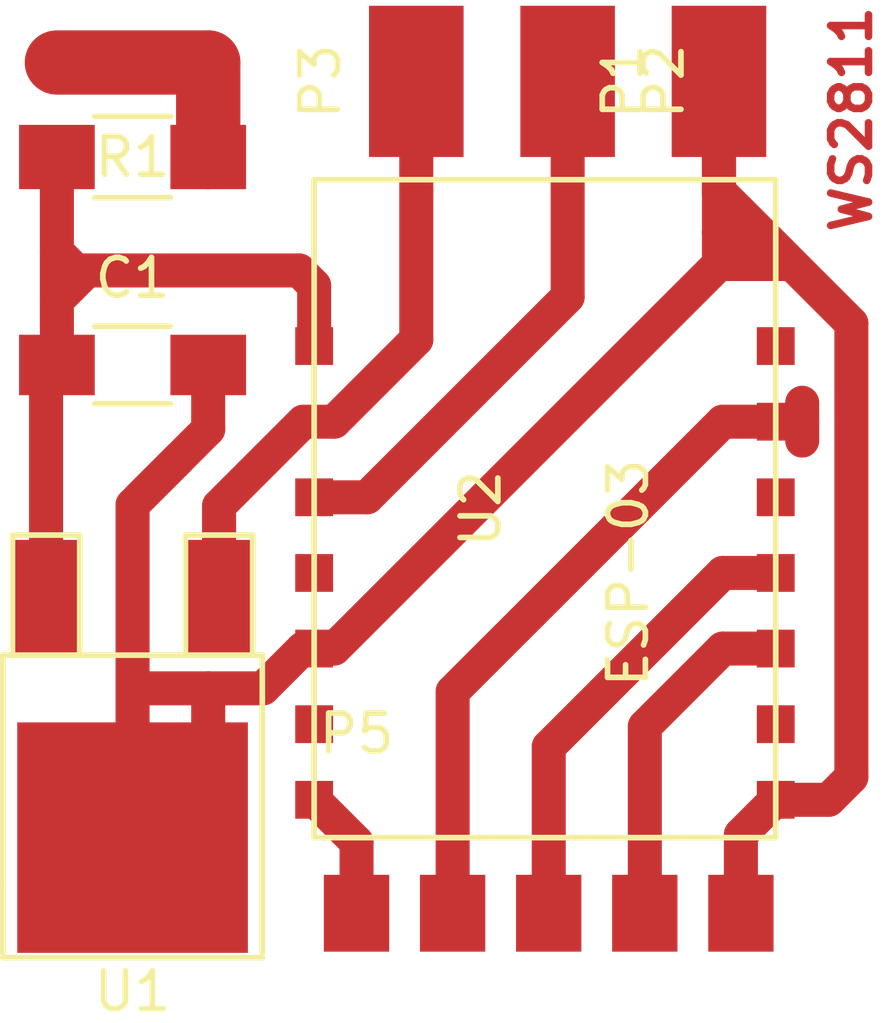
<source format=kicad_pcb>
(kicad_pcb (version 4) (host pcbnew 4.0.1-stable)

  (general
    (links 15)
    (no_connects 2)
    (area 0 0 0 0)
    (thickness 1.6)
    (drawings 1)
    (tracks 71)
    (zones 0)
    (modules 8)
    (nets 9)
  )

  (page A4)
  (layers
    (0 F.Cu signal)
    (31 B.Cu signal)
    (32 B.Adhes user)
    (33 F.Adhes user)
    (34 B.Paste user)
    (35 F.Paste user)
    (36 B.SilkS user)
    (37 F.SilkS user)
    (38 B.Mask user)
    (39 F.Mask user)
    (40 Dwgs.User user)
    (41 Cmts.User user)
    (42 Eco1.User user)
    (43 Eco2.User user)
    (44 Edge.Cuts user)
    (45 Margin user)
    (46 B.CrtYd user)
    (47 F.CrtYd user)
    (48 B.Fab user)
    (49 F.Fab user hide)
  )

  (setup
    (last_trace_width 0.9)
    (user_trace_width 0.5)
    (user_trace_width 0.7)
    (user_trace_width 0.9)
    (user_trace_width 1.1)
    (user_trace_width 1.3)
    (user_trace_width 1.5)
    (user_trace_width 1.7)
    (trace_clearance 0.4)
    (zone_clearance 0.508)
    (zone_45_only no)
    (trace_min 0.2)
    (segment_width 0.2)
    (edge_width 0.15)
    (via_size 0.6)
    (via_drill 0.4)
    (via_min_size 0.4)
    (via_min_drill 0.3)
    (uvia_size 0.3)
    (uvia_drill 0.1)
    (uvias_allowed no)
    (uvia_min_size 0.2)
    (uvia_min_drill 0.1)
    (pcb_text_width 0.3)
    (pcb_text_size 1.5 1.5)
    (mod_edge_width 0.15)
    (mod_text_size 1 1)
    (mod_text_width 0.15)
    (pad_size 1.524 1.524)
    (pad_drill 0.762)
    (pad_to_mask_clearance 0.2)
    (aux_axis_origin 0 0)
    (visible_elements FFFFFF7F)
    (pcbplotparams
      (layerselection 0x00030_80000001)
      (usegerberextensions false)
      (excludeedgelayer true)
      (linewidth 0.100000)
      (plotframeref false)
      (viasonmask false)
      (mode 1)
      (useauxorigin false)
      (hpglpennumber 1)
      (hpglpenspeed 20)
      (hpglpendiameter 15)
      (hpglpenoverlay 2)
      (psnegative false)
      (psa4output false)
      (plotreference true)
      (plotvalue true)
      (plotinvisibletext false)
      (padsonsilk false)
      (subtractmaskfromsilk false)
      (outputformat 1)
      (mirror false)
      (drillshape 1)
      (scaleselection 1)
      (outputdirectory ""))
  )

  (net 0 "")
  (net 1 +3V3)
  (net 2 GND)
  (net 3 /PSU_EN)
  (net 4 +5V)
  (net 5 /UART_RX)
  (net 6 /UART_TX)
  (net 7 /CH_PD)
  (net 8 /FLASH_EN)

  (net_class Default "This is the default net class."
    (clearance 0.4)
    (trace_width 0.25)
    (via_dia 0.6)
    (via_drill 0.4)
    (uvia_dia 0.3)
    (uvia_drill 0.1)
    (add_net +3V3)
    (add_net +5V)
    (add_net /CH_PD)
    (add_net /FLASH_EN)
    (add_net /PSU_EN)
    (add_net /UART_RX)
    (add_net /UART_TX)
    (add_net GND)
  )

  (module "WS2811 Controller:SolderPad" (layer F.Cu) (tedit 56844E9E) (tstamp 56845076)
    (at 117.5 95 90)
    (path /56847536)
    (fp_text reference P2 (at 0 2.54 90) (layer F.SilkS)
      (effects (font (size 1 1) (thickness 0.15)))
    )
    (fp_text value PSU_EN (at 0 -2.54 90) (layer F.Fab)
      (effects (font (size 1 1) (thickness 0.15)))
    )
    (pad 1 smd rect (at 0 0 90) (size 4 2.5) (layers F.Cu F.Paste F.Mask)
      (net 3 /PSU_EN))
  )

  (module Capacitors_SMD:C_1206_HandSoldering (layer F.Cu) (tedit 541A9C03) (tstamp 5684506C)
    (at 106 102.5)
    (descr "Capacitor SMD 1206, hand soldering")
    (tags "capacitor 1206")
    (path /568459F2)
    (attr smd)
    (fp_text reference C1 (at 0 -2.3) (layer F.SilkS)
      (effects (font (size 1 1) (thickness 0.15)))
    )
    (fp_text value 22u (at 0 2.3) (layer F.Fab)
      (effects (font (size 1 1) (thickness 0.15)))
    )
    (fp_line (start -3.3 -1.15) (end 3.3 -1.15) (layer F.CrtYd) (width 0.05))
    (fp_line (start -3.3 1.15) (end 3.3 1.15) (layer F.CrtYd) (width 0.05))
    (fp_line (start -3.3 -1.15) (end -3.3 1.15) (layer F.CrtYd) (width 0.05))
    (fp_line (start 3.3 -1.15) (end 3.3 1.15) (layer F.CrtYd) (width 0.05))
    (fp_line (start 1 -1.025) (end -1 -1.025) (layer F.SilkS) (width 0.15))
    (fp_line (start -1 1.025) (end 1 1.025) (layer F.SilkS) (width 0.15))
    (pad 1 smd rect (at -2 0) (size 2 1.6) (layers F.Cu F.Paste F.Mask)
      (net 1 +3V3))
    (pad 2 smd rect (at 2 0) (size 2 1.6) (layers F.Cu F.Paste F.Mask)
      (net 2 GND))
    (model Capacitors_SMD.3dshapes/C_1206_HandSoldering.wrl
      (at (xyz 0 0 0))
      (scale (xyz 1 1 1))
      (rotate (xyz 0 0 0))
    )
  )

  (module "WS2811 Controller:SolderPad" (layer F.Cu) (tedit 56844E9E) (tstamp 56845071)
    (at 121.5 95 270)
    (path /56846D85)
    (fp_text reference P1 (at 0 2.54 270) (layer F.SilkS)
      (effects (font (size 1 1) (thickness 0.15)))
    )
    (fp_text value PSU_GND (at 0 -2.54 270) (layer F.Fab)
      (effects (font (size 1 1) (thickness 0.15)))
    )
    (pad 1 smd rect (at 0 0 270) (size 4 2.5) (layers F.Cu F.Paste F.Mask)
      (net 2 GND))
  )

  (module "WS2811 Controller:SolderPad" (layer F.Cu) (tedit 5685120B) (tstamp 5684507B)
    (at 113.5 95 270)
    (path /568473F2)
    (fp_text reference P3 (at 0 2.54 270) (layer F.SilkS)
      (effects (font (size 1 1) (thickness 0.15)))
    )
    (fp_text value PSU_5V (at 0 -2.54 270) (layer F.Fab) hide
      (effects (font (size 1 1) (thickness 0.15)))
    )
    (pad 1 smd rect (at 0 0 270) (size 4 2.5) (layers F.Cu F.Paste F.Mask)
      (net 4 +5V))
  )

  (module Resistors_SMD:R_1206_HandSoldering (layer F.Cu) (tedit 5418A20D) (tstamp 5684508F)
    (at 106 97 180)
    (descr "Resistor SMD 1206, hand soldering")
    (tags "resistor 1206")
    (path /56844F3A)
    (attr smd)
    (fp_text reference R1 (at 0 0 180) (layer F.SilkS)
      (effects (font (size 1 1) (thickness 0.15)))
    )
    (fp_text value 10K (at 0 2.3 180) (layer F.Fab)
      (effects (font (size 1 1) (thickness 0.15)))
    )
    (fp_line (start -3.3 -1.2) (end 3.3 -1.2) (layer F.CrtYd) (width 0.05))
    (fp_line (start -3.3 1.2) (end 3.3 1.2) (layer F.CrtYd) (width 0.05))
    (fp_line (start -3.3 -1.2) (end -3.3 1.2) (layer F.CrtYd) (width 0.05))
    (fp_line (start 3.3 -1.2) (end 3.3 1.2) (layer F.CrtYd) (width 0.05))
    (fp_line (start 1 1.075) (end -1 1.075) (layer F.SilkS) (width 0.15))
    (fp_line (start -1 -1.075) (end 1 -1.075) (layer F.SilkS) (width 0.15))
    (pad 1 smd rect (at -2 0 180) (size 2 1.7) (layers F.Cu F.Paste F.Mask)
      (net 7 /CH_PD))
    (pad 2 smd rect (at 2 0 180) (size 2 1.7) (layers F.Cu F.Paste F.Mask)
      (net 1 +3V3))
    (model Resistors_SMD.3dshapes/R_1206_HandSoldering.wrl
      (at (xyz 0 0 0))
      (scale (xyz 1 1 1))
      (rotate (xyz 0 0 0))
    )
  )

  (module TO_SOT_Packages_SMD:TO-252-2Lead (layer F.Cu) (tedit 0) (tstamp 56845096)
    (at 106 108.65 180)
    (descr "DPAK / TO-252 2-lead smd package")
    (tags "dpak TO-252")
    (path /568459C3)
    (attr smd)
    (fp_text reference U1 (at 0 -10.414 180) (layer F.SilkS)
      (effects (font (size 1 1) (thickness 0.15)))
    )
    (fp_text value LF33 (at 0 -2.413 180) (layer F.Fab)
      (effects (font (size 1 1) (thickness 0.15)))
    )
    (fp_line (start 1.397 -1.524) (end 1.397 1.651) (layer F.SilkS) (width 0.15))
    (fp_line (start 1.397 1.651) (end 3.175 1.651) (layer F.SilkS) (width 0.15))
    (fp_line (start 3.175 1.651) (end 3.175 -1.524) (layer F.SilkS) (width 0.15))
    (fp_line (start -3.175 -1.524) (end -3.175 1.651) (layer F.SilkS) (width 0.15))
    (fp_line (start -3.175 1.651) (end -1.397 1.651) (layer F.SilkS) (width 0.15))
    (fp_line (start -1.397 1.651) (end -1.397 -1.524) (layer F.SilkS) (width 0.15))
    (fp_line (start 3.429 -7.62) (end 3.429 -1.524) (layer F.SilkS) (width 0.15))
    (fp_line (start 3.429 -1.524) (end -3.429 -1.524) (layer F.SilkS) (width 0.15))
    (fp_line (start -3.429 -1.524) (end -3.429 -9.398) (layer F.SilkS) (width 0.15))
    (fp_line (start -3.429 -9.525) (end 3.429 -9.525) (layer F.SilkS) (width 0.15))
    (fp_line (start 3.429 -9.398) (end 3.429 -7.62) (layer F.SilkS) (width 0.15))
    (pad 1 smd rect (at -2.286 0 180) (size 1.651 3.048) (layers F.Cu F.Paste F.Mask)
      (net 4 +5V))
    (pad 2 smd rect (at 0 -6.35 180) (size 6.096 6.096) (layers F.Cu F.Paste F.Mask)
      (net 2 GND))
    (pad 3 smd rect (at 2.286 0 180) (size 1.651 3.048) (layers F.Cu F.Paste F.Mask)
      (net 1 +3V3))
    (model TO_SOT_Packages_SMD.3dshapes/TO-252-2Lead.wrl
      (at (xyz 0 0 0))
      (scale (xyz 1 1 1))
      (rotate (xyz 0 0 0))
    )
  )

  (module "WS2811 Controller:5pin_SMD" (layer F.Cu) (tedit 56850FAB) (tstamp 5685597B)
    (at 111.92 117)
    (tags "socket strip")
    (path /568466D4)
    (fp_text reference P5 (at 0 -4.75) (layer F.SilkS)
      (effects (font (size 1 1) (thickness 0.15)))
    )
    (fp_text value DEBUG_HDR (at 0 -2.54) (layer F.Fab)
      (effects (font (size 1 1) (thickness 0.15)))
    )
    (pad 1 smd rect (at 0 0) (size 1.7272 2.032) (layers F.Cu F.Paste F.Mask)
      (net 8 /FLASH_EN))
    (pad 2 smd rect (at 2.54 0) (size 1.7272 2.032) (layers F.Cu F.Paste F.Mask)
      (net 7 /CH_PD))
    (pad 3 smd rect (at 5.08 0) (size 1.7272 2.032) (layers F.Cu F.Paste F.Mask)
      (net 5 /UART_RX))
    (pad 4 smd rect (at 7.62 0) (size 1.7272 2.032) (layers F.Cu F.Paste F.Mask)
      (net 6 /UART_TX))
    (pad 5 smd rect (at 10.16 0) (size 1.7272 2.032) (layers F.Cu F.Paste F.Mask)
      (net 2 GND))
  )

  (module "WS2811 Controller:esp-03" (layer F.Cu) (tedit 568523B3) (tstamp 568566FF)
    (at 116.9 108.1)
    (descr "ESP8266 ESP-03 wifi module -- Phillip Pearson")
    (path /56845717)
    (fp_text reference U2 (at -1.7 -1.8 90) (layer F.SilkS)
      (effects (font (size 1 1) (thickness 0.15)))
    )
    (fp_text value ESP-03 (at 2.2 -0.1 90) (layer F.SilkS)
      (effects (font (size 1 1) (thickness 0.15)))
    )
    (fp_line (start -6.1 6.9) (end -6.1 -10.5) (layer F.SilkS) (width 0.15))
    (fp_line (start -6.1 -10.5) (end 6.1 -10.5) (layer F.SilkS) (width 0.15))
    (fp_line (start 6.1 -10.5) (end 6.1 6.9) (layer F.SilkS) (width 0.15))
    (fp_line (start 6.1 6.9) (end -6.1 6.9) (layer F.SilkS) (width 0.15))
    (pad 14 smd rect (at -6.1 5.9) (size 1 1) (layers F.Cu F.Paste F.Mask)
      (net 8 /FLASH_EN))
    (pad 13 smd rect (at -6.1 3.9) (size 1 1) (layers F.Cu F.Paste F.Mask))
    (pad 12 smd rect (at -6.1 1.9) (size 1 1) (layers F.Cu F.Paste F.Mask)
      (net 2 GND))
    (pad 11 smd rect (at -6.1 -0.1) (size 1 1) (layers F.Cu F.Paste F.Mask))
    (pad 10 smd rect (at -6.1 -2.1) (size 1 1) (layers F.Cu F.Paste F.Mask)
      (net 3 /PSU_EN))
    (pad 8 smd rect (at -6.1 -6.1) (size 1 1) (layers F.Cu F.Paste F.Mask)
      (net 1 +3V3))
    (pad 1 smd rect (at 6.1 5.9) (size 1 1) (layers F.Cu F.Paste F.Mask)
      (net 2 GND))
    (pad 2 smd rect (at 6.1 3.9) (size 1 1) (layers F.Cu F.Paste F.Mask))
    (pad 3 smd rect (at 6.1 1.9) (size 1 1) (layers F.Cu F.Paste F.Mask)
      (net 6 /UART_TX))
    (pad 4 smd rect (at 6.1 -0.1) (size 1 1) (layers F.Cu F.Paste F.Mask)
      (net 5 /UART_RX))
    (pad 5 smd rect (at 6.1 -2.1) (size 1 1) (layers F.Cu F.Paste F.Mask))
    (pad 6 smd rect (at 6.1 -4.1) (size 1 1) (layers F.Cu F.Paste F.Mask)
      (net 7 /CH_PD))
    (pad 7 smd rect (at 6.1 -6.1) (size 1 1) (layers F.Cu F.Paste F.Mask))
  )

  (gr_text WS2811 (at 125 96 90) (layer F.Cu)
    (effects (font (size 1 1) (thickness 0.2)))
  )

  (segment (start 110.4 100) (end 110.8 100.4) (width 0.9) (layer F.Cu) (net 1))
  (segment (start 110.8 100.4) (end 110.8 102) (width 0.9) (layer F.Cu) (net 1))
  (segment (start 104 100.8) (end 104 99.5) (width 0.9) (layer F.Cu) (net 1))
  (segment (start 104 99.5) (end 104 97.5) (width 0.9) (layer F.Cu) (net 1))
  (segment (start 104.8 100) (end 104.5 100) (width 0.9) (layer F.Cu) (net 1))
  (segment (start 104.5 100) (end 104 99.5) (width 0.9) (layer F.Cu) (net 1))
  (segment (start 104.8 100) (end 110.4 100) (width 0.9) (layer F.Cu) (net 1))
  (segment (start 104 102.5) (end 104 100.8) (width 0.9) (layer F.Cu) (net 1))
  (segment (start 104 100.8) (end 104.8 100) (width 0.9) (layer F.Cu) (net 1))
  (segment (start 103.714 108.65) (end 103.714 102.786) (width 0.9) (layer F.Cu) (net 1))
  (segment (start 103.714 102.786) (end 104 102.5) (width 0.9) (layer F.Cu) (net 1))
  (segment (start 125 101.4) (end 125 113.4) (width 0.9) (layer F.Cu) (net 2))
  (segment (start 125 113.4) (end 124.4 114) (width 0.9) (layer F.Cu) (net 2))
  (segment (start 124.4 114) (end 123 114) (width 0.9) (layer F.Cu) (net 2))
  (segment (start 123.430002 99.830002) (end 125 101.4) (width 0.9) (layer F.Cu) (net 2))
  (segment (start 123.1 99.5) (end 122 98.4) (width 0.9) (layer F.Cu) (net 2))
  (segment (start 122 98.4) (end 121.5 97.9) (width 0.9) (layer F.Cu) (net 2))
  (segment (start 123.430002 99.830002) (end 122 98.4) (width 0.9) (layer F.Cu) (net 2))
  (segment (start 106.2 106) (end 107.2 105) (width 0.9) (layer F.Cu) (net 2))
  (segment (start 107.2 105) (end 108 104.2) (width 0.9) (layer F.Cu) (net 2))
  (segment (start 106 111.052) (end 106 106.2) (width 0.9) (layer F.Cu) (net 2))
  (segment (start 106 106.2) (end 107.2 105) (width 0.9) (layer F.Cu) (net 2))
  (segment (start 108 104.2) (end 108 102.5) (width 0.9) (layer F.Cu) (net 2))
  (segment (start 111.330002 110) (end 121.5 99.830002) (width 0.9) (layer F.Cu) (net 2))
  (segment (start 110.8 110) (end 111.330002 110) (width 0.9) (layer F.Cu) (net 2))
  (segment (start 108 111.052) (end 109.449999 111.052) (width 0.9) (layer F.Cu) (net 2))
  (segment (start 106 111.052) (end 108 111.052) (width 0.9) (layer F.Cu) (net 2))
  (segment (start 108 111.052) (end 108 113) (width 0.9) (layer F.Cu) (net 2))
  (segment (start 108 113) (end 106 115) (width 0.9) (layer F.Cu) (net 2))
  (segment (start 109.449999 111.052) (end 110.501999 110) (width 0.9) (layer F.Cu) (net 2))
  (segment (start 110.501999 110) (end 110.8 110) (width 0.9) (layer F.Cu) (net 2))
  (segment (start 106 111.052) (end 106 115) (width 0.9) (layer F.Cu) (net 2))
  (segment (start 123 114) (end 122.08 114.92) (width 0.9) (layer F.Cu) (net 2))
  (segment (start 121.5 99.830002) (end 121.5 99) (width 0.9) (layer F.Cu) (net 2))
  (segment (start 121.5 99) (end 121.5 97.9) (width 0.9) (layer F.Cu) (net 2))
  (segment (start 123.1 99.5) (end 122 99.5) (width 0.9) (layer F.Cu) (net 2))
  (segment (start 122 99.5) (end 121.5 99) (width 0.9) (layer F.Cu) (net 2))
  (segment (start 121.5 99.830002) (end 123.430002 99.830002) (width 0.9) (layer F.Cu) (net 2))
  (segment (start 121.5 97.9) (end 121.5 95) (width 0.9) (layer F.Cu) (net 2))
  (segment (start 121.5 98) (end 121.5 95) (width 0.9) (layer F.Cu) (net 2))
  (segment (start 107.8 102.5) (end 108 102.5) (width 0.9) (layer F.Cu) (net 2))
  (segment (start 106 115) (end 106 114.5115) (width 0.9) (layer F.Cu) (net 2))
  (segment (start 122.08 117) (end 122.08 114.92) (width 0.9) (layer F.Cu) (net 2))
  (segment (start 117.5 95) (end 117.5 100.7) (width 0.9) (layer F.Cu) (net 3))
  (segment (start 117.5 100.7) (end 112.2 106) (width 0.9) (layer F.Cu) (net 3))
  (segment (start 112.2 106) (end 110.8 106) (width 0.9) (layer F.Cu) (net 3))
  (segment (start 110.512 104) (end 111.330002 104) (width 0.9) (layer F.Cu) (net 4))
  (segment (start 111.330002 104) (end 113.5 101.830002) (width 0.9) (layer F.Cu) (net 4))
  (segment (start 113.5 101.830002) (end 113.5 97.9) (width 0.9) (layer F.Cu) (net 4))
  (segment (start 113.5 97.9) (end 113.5 95) (width 0.9) (layer F.Cu) (net 4))
  (segment (start 108.286 108.65) (end 108.286 106.226) (width 0.9) (layer F.Cu) (net 4))
  (segment (start 108.286 106.226) (end 110.512 104) (width 0.9) (layer F.Cu) (net 4))
  (segment (start 113.35 95.15) (end 113.5 95) (width 0.9) (layer F.Cu) (net 4))
  (segment (start 112.85 95.65) (end 113.5 95) (width 0.9) (layer F.Cu) (net 4))
  (segment (start 123 108) (end 121.6 108) (width 0.9) (layer F.Cu) (net 5))
  (segment (start 121.6 108) (end 117 112.6) (width 0.9) (layer F.Cu) (net 5))
  (segment (start 117 117) (end 117 112.6) (width 0.9) (layer F.Cu) (net 5))
  (segment (start 119.54 117) (end 119.54 112.06) (width 0.9) (layer F.Cu) (net 6))
  (segment (start 119.54 112.06) (end 121.6 110) (width 0.9) (layer F.Cu) (net 6))
  (segment (start 121.6 110) (end 123 110) (width 0.9) (layer F.Cu) (net 6))
  (segment (start 123.69999 103.5) (end 123.69999 104) (width 0.9) (layer F.Cu) (net 7))
  (segment (start 123.69999 104.5) (end 123.69999 104) (width 0.9) (layer F.Cu) (net 7))
  (segment (start 123.69999 104) (end 123 104) (width 0.9) (layer F.Cu) (net 7))
  (segment (start 123 104) (end 121.6 104) (width 0.9) (layer F.Cu) (net 7))
  (segment (start 121.6 104) (end 114.46 111.14) (width 0.9) (layer F.Cu) (net 7))
  (segment (start 108 94.5) (end 104 94.5) (width 1.7) (layer F.Cu) (net 7))
  (segment (start 108 97) (end 108 94.5) (width 1.7) (layer F.Cu) (net 7))
  (segment (start 114.46 111.14) (end 114.46 111.109998) (width 0.7) (layer F.Cu) (net 7))
  (segment (start 114.46 117) (end 114.46 111.14) (width 0.9) (layer F.Cu) (net 7))
  (segment (start 111.92 117) (end 111.92 115.12) (width 0.9) (layer F.Cu) (net 8))
  (segment (start 111.92 115.12) (end 110.8 114) (width 0.9) (layer F.Cu) (net 8))

)

</source>
